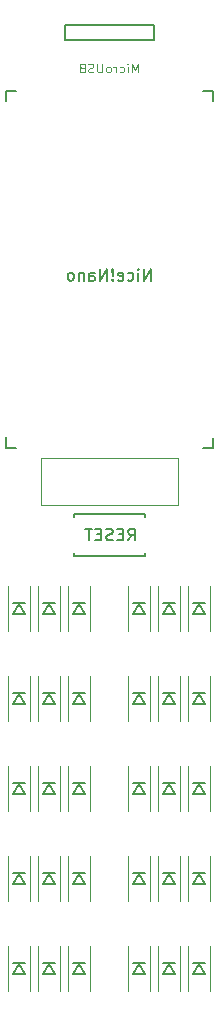
<source format=gbr>
%TF.GenerationSoftware,KiCad,Pcbnew,(5.1.9)-1*%
%TF.CreationDate,2022-03-08T16:30:03+11:00*%
%TF.ProjectId,fuse,66757365-2e6b-4696-9361-645f70636258,rev?*%
%TF.SameCoordinates,Original*%
%TF.FileFunction,Legend,Bot*%
%TF.FilePolarity,Positive*%
%FSLAX46Y46*%
G04 Gerber Fmt 4.6, Leading zero omitted, Abs format (unit mm)*
G04 Created by KiCad (PCBNEW (5.1.9)-1) date 2022-03-08 16:30:03*
%MOMM*%
%LPD*%
G01*
G04 APERTURE LIST*
%ADD10C,0.150000*%
%ADD11C,0.120000*%
G04 APERTURE END LIST*
D10*
%TO.C,D0*%
X31361000Y-67815000D02*
X31861000Y-68715000D01*
X31861000Y-68715000D02*
X30861000Y-68715000D01*
X30861000Y-68715000D02*
X31361000Y-67815000D01*
X31861000Y-67715000D02*
X30861000Y-67715000D01*
D11*
X32281000Y-66295000D02*
X32281000Y-70135000D01*
X30441000Y-66295000D02*
X30441000Y-70135000D01*
D10*
%TO.C,D1*%
X33901000Y-67815000D02*
X34401000Y-68715000D01*
X34401000Y-68715000D02*
X33401000Y-68715000D01*
X33401000Y-68715000D02*
X33901000Y-67815000D01*
X34401000Y-67715000D02*
X33401000Y-67715000D01*
D11*
X34821000Y-66295000D02*
X34821000Y-70135000D01*
X32981000Y-66295000D02*
X32981000Y-70135000D01*
D10*
%TO.C,D2*%
X36441000Y-67815000D02*
X36941000Y-68715000D01*
X36941000Y-68715000D02*
X35941000Y-68715000D01*
X35941000Y-68715000D02*
X36441000Y-67815000D01*
X36941000Y-67715000D02*
X35941000Y-67715000D01*
D11*
X37361000Y-66295000D02*
X37361000Y-70135000D01*
X35521000Y-66295000D02*
X35521000Y-70135000D01*
D10*
%TO.C,D3*%
X41521000Y-67815000D02*
X42021000Y-68715000D01*
X42021000Y-68715000D02*
X41021000Y-68715000D01*
X41021000Y-68715000D02*
X41521000Y-67815000D01*
X42021000Y-67715000D02*
X41021000Y-67715000D01*
D11*
X42441000Y-66295000D02*
X42441000Y-70135000D01*
X40601000Y-66295000D02*
X40601000Y-70135000D01*
D10*
%TO.C,D4*%
X44061000Y-67815000D02*
X44561000Y-68715000D01*
X44561000Y-68715000D02*
X43561000Y-68715000D01*
X43561000Y-68715000D02*
X44061000Y-67815000D01*
X44561000Y-67715000D02*
X43561000Y-67715000D01*
D11*
X44981000Y-66295000D02*
X44981000Y-70135000D01*
X43141000Y-66295000D02*
X43141000Y-70135000D01*
D10*
%TO.C,D5*%
X46601000Y-67815000D02*
X47101000Y-68715000D01*
X47101000Y-68715000D02*
X46101000Y-68715000D01*
X46101000Y-68715000D02*
X46601000Y-67815000D01*
X47101000Y-67715000D02*
X46101000Y-67715000D01*
D11*
X47521000Y-66295000D02*
X47521000Y-70135000D01*
X45681000Y-66295000D02*
X45681000Y-70135000D01*
D10*
%TO.C,D10*%
X31361000Y-75435000D02*
X31861000Y-76335000D01*
X31861000Y-76335000D02*
X30861000Y-76335000D01*
X30861000Y-76335000D02*
X31361000Y-75435000D01*
X31861000Y-75335000D02*
X30861000Y-75335000D01*
D11*
X32281000Y-73915000D02*
X32281000Y-77755000D01*
X30441000Y-73915000D02*
X30441000Y-77755000D01*
D10*
%TO.C,D11*%
X33901000Y-75435000D02*
X34401000Y-76335000D01*
X34401000Y-76335000D02*
X33401000Y-76335000D01*
X33401000Y-76335000D02*
X33901000Y-75435000D01*
X34401000Y-75335000D02*
X33401000Y-75335000D01*
D11*
X34821000Y-73915000D02*
X34821000Y-77755000D01*
X32981000Y-73915000D02*
X32981000Y-77755000D01*
D10*
%TO.C,D12*%
X36441000Y-75435000D02*
X36941000Y-76335000D01*
X36941000Y-76335000D02*
X35941000Y-76335000D01*
X35941000Y-76335000D02*
X36441000Y-75435000D01*
X36941000Y-75335000D02*
X35941000Y-75335000D01*
D11*
X37361000Y-73915000D02*
X37361000Y-77755000D01*
X35521000Y-73915000D02*
X35521000Y-77755000D01*
D10*
%TO.C,D13*%
X41521000Y-75435000D02*
X42021000Y-76335000D01*
X42021000Y-76335000D02*
X41021000Y-76335000D01*
X41021000Y-76335000D02*
X41521000Y-75435000D01*
X42021000Y-75335000D02*
X41021000Y-75335000D01*
D11*
X42441000Y-73915000D02*
X42441000Y-77755000D01*
X40601000Y-73915000D02*
X40601000Y-77755000D01*
D10*
%TO.C,D14*%
X44061000Y-75435000D02*
X44561000Y-76335000D01*
X44561000Y-76335000D02*
X43561000Y-76335000D01*
X43561000Y-76335000D02*
X44061000Y-75435000D01*
X44561000Y-75335000D02*
X43561000Y-75335000D01*
D11*
X44981000Y-73915000D02*
X44981000Y-77755000D01*
X43141000Y-73915000D02*
X43141000Y-77755000D01*
D10*
%TO.C,D15*%
X46601000Y-75435000D02*
X47101000Y-76335000D01*
X47101000Y-76335000D02*
X46101000Y-76335000D01*
X46101000Y-76335000D02*
X46601000Y-75435000D01*
X47101000Y-75335000D02*
X46101000Y-75335000D01*
D11*
X47521000Y-73915000D02*
X47521000Y-77755000D01*
X45681000Y-73915000D02*
X45681000Y-77755000D01*
D10*
%TO.C,D20*%
X31361000Y-83055000D02*
X31861000Y-83955000D01*
X31861000Y-83955000D02*
X30861000Y-83955000D01*
X30861000Y-83955000D02*
X31361000Y-83055000D01*
X31861000Y-82955000D02*
X30861000Y-82955000D01*
D11*
X32281000Y-81535000D02*
X32281000Y-85375000D01*
X30441000Y-81535000D02*
X30441000Y-85375000D01*
D10*
%TO.C,D21*%
X33901000Y-83055000D02*
X34401000Y-83955000D01*
X34401000Y-83955000D02*
X33401000Y-83955000D01*
X33401000Y-83955000D02*
X33901000Y-83055000D01*
X34401000Y-82955000D02*
X33401000Y-82955000D01*
D11*
X34821000Y-81535000D02*
X34821000Y-85375000D01*
X32981000Y-81535000D02*
X32981000Y-85375000D01*
D10*
%TO.C,D22*%
X36441000Y-83055000D02*
X36941000Y-83955000D01*
X36941000Y-83955000D02*
X35941000Y-83955000D01*
X35941000Y-83955000D02*
X36441000Y-83055000D01*
X36941000Y-82955000D02*
X35941000Y-82955000D01*
D11*
X37361000Y-81535000D02*
X37361000Y-85375000D01*
X35521000Y-81535000D02*
X35521000Y-85375000D01*
D10*
%TO.C,D23*%
X41521000Y-83055000D02*
X42021000Y-83955000D01*
X42021000Y-83955000D02*
X41021000Y-83955000D01*
X41021000Y-83955000D02*
X41521000Y-83055000D01*
X42021000Y-82955000D02*
X41021000Y-82955000D01*
D11*
X42441000Y-81535000D02*
X42441000Y-85375000D01*
X40601000Y-81535000D02*
X40601000Y-85375000D01*
D10*
%TO.C,D24*%
X44061000Y-83055000D02*
X44561000Y-83955000D01*
X44561000Y-83955000D02*
X43561000Y-83955000D01*
X43561000Y-83955000D02*
X44061000Y-83055000D01*
X44561000Y-82955000D02*
X43561000Y-82955000D01*
D11*
X44981000Y-81535000D02*
X44981000Y-85375000D01*
X43141000Y-81535000D02*
X43141000Y-85375000D01*
D10*
%TO.C,D25*%
X46601000Y-83055000D02*
X47101000Y-83955000D01*
X47101000Y-83955000D02*
X46101000Y-83955000D01*
X46101000Y-83955000D02*
X46601000Y-83055000D01*
X47101000Y-82955000D02*
X46101000Y-82955000D01*
D11*
X47521000Y-81535000D02*
X47521000Y-85375000D01*
X45681000Y-81535000D02*
X45681000Y-85375000D01*
D10*
%TO.C,D30*%
X31361000Y-90675000D02*
X31861000Y-91575000D01*
X31861000Y-91575000D02*
X30861000Y-91575000D01*
X30861000Y-91575000D02*
X31361000Y-90675000D01*
X31861000Y-90575000D02*
X30861000Y-90575000D01*
D11*
X32281000Y-89155000D02*
X32281000Y-92995000D01*
X30441000Y-89155000D02*
X30441000Y-92995000D01*
D10*
%TO.C,D31*%
X33901000Y-90675000D02*
X34401000Y-91575000D01*
X34401000Y-91575000D02*
X33401000Y-91575000D01*
X33401000Y-91575000D02*
X33901000Y-90675000D01*
X34401000Y-90575000D02*
X33401000Y-90575000D01*
D11*
X34821000Y-89155000D02*
X34821000Y-92995000D01*
X32981000Y-89155000D02*
X32981000Y-92995000D01*
D10*
%TO.C,D32*%
X36441000Y-90675000D02*
X36941000Y-91575000D01*
X36941000Y-91575000D02*
X35941000Y-91575000D01*
X35941000Y-91575000D02*
X36441000Y-90675000D01*
X36941000Y-90575000D02*
X35941000Y-90575000D01*
D11*
X37361000Y-89155000D02*
X37361000Y-92995000D01*
X35521000Y-89155000D02*
X35521000Y-92995000D01*
D10*
%TO.C,D33*%
X41521000Y-90675000D02*
X42021000Y-91575000D01*
X42021000Y-91575000D02*
X41021000Y-91575000D01*
X41021000Y-91575000D02*
X41521000Y-90675000D01*
X42021000Y-90575000D02*
X41021000Y-90575000D01*
D11*
X42441000Y-89155000D02*
X42441000Y-92995000D01*
X40601000Y-89155000D02*
X40601000Y-92995000D01*
D10*
%TO.C,D34*%
X44061000Y-90675000D02*
X44561000Y-91575000D01*
X44561000Y-91575000D02*
X43561000Y-91575000D01*
X43561000Y-91575000D02*
X44061000Y-90675000D01*
X44561000Y-90575000D02*
X43561000Y-90575000D01*
D11*
X44981000Y-89155000D02*
X44981000Y-92995000D01*
X43141000Y-89155000D02*
X43141000Y-92995000D01*
D10*
%TO.C,D35*%
X46601000Y-90675000D02*
X47101000Y-91575000D01*
X47101000Y-91575000D02*
X46101000Y-91575000D01*
X46101000Y-91575000D02*
X46601000Y-90675000D01*
X47101000Y-90575000D02*
X46101000Y-90575000D01*
D11*
X47521000Y-89155000D02*
X47521000Y-92995000D01*
X45681000Y-89155000D02*
X45681000Y-92995000D01*
D10*
%TO.C,D40*%
X46601000Y-98295000D02*
X47101000Y-99195000D01*
X47101000Y-99195000D02*
X46101000Y-99195000D01*
X46101000Y-99195000D02*
X46601000Y-98295000D01*
X47101000Y-98195000D02*
X46101000Y-98195000D01*
D11*
X47521000Y-96775000D02*
X47521000Y-100615000D01*
X45681000Y-96775000D02*
X45681000Y-100615000D01*
D10*
%TO.C,D41*%
X44061000Y-98295000D02*
X44561000Y-99195000D01*
X44561000Y-99195000D02*
X43561000Y-99195000D01*
X43561000Y-99195000D02*
X44061000Y-98295000D01*
X44561000Y-98195000D02*
X43561000Y-98195000D01*
D11*
X44981000Y-96775000D02*
X44981000Y-100615000D01*
X43141000Y-96775000D02*
X43141000Y-100615000D01*
D10*
%TO.C,D42*%
X41521000Y-98295000D02*
X42021000Y-99195000D01*
X42021000Y-99195000D02*
X41021000Y-99195000D01*
X41021000Y-99195000D02*
X41521000Y-98295000D01*
X42021000Y-98195000D02*
X41021000Y-98195000D01*
D11*
X42441000Y-96775000D02*
X42441000Y-100615000D01*
X40601000Y-96775000D02*
X40601000Y-100615000D01*
D10*
%TO.C,D43*%
X36441000Y-98295000D02*
X36941000Y-99195000D01*
X36941000Y-99195000D02*
X35941000Y-99195000D01*
X35941000Y-99195000D02*
X36441000Y-98295000D01*
X36941000Y-98195000D02*
X35941000Y-98195000D01*
D11*
X37361000Y-96775000D02*
X37361000Y-100615000D01*
X35521000Y-96775000D02*
X35521000Y-100615000D01*
D10*
%TO.C,D44*%
X33901000Y-98295000D02*
X34401000Y-99195000D01*
X34401000Y-99195000D02*
X33401000Y-99195000D01*
X33401000Y-99195000D02*
X33901000Y-98295000D01*
X34401000Y-98195000D02*
X33401000Y-98195000D01*
D11*
X34821000Y-96775000D02*
X34821000Y-100615000D01*
X32981000Y-96775000D02*
X32981000Y-100615000D01*
D10*
%TO.C,D45*%
X31361000Y-98295000D02*
X31861000Y-99195000D01*
X31861000Y-99195000D02*
X30861000Y-99195000D01*
X30861000Y-99195000D02*
X31361000Y-98295000D01*
X31861000Y-98195000D02*
X30861000Y-98195000D01*
D11*
X32281000Y-96775000D02*
X32281000Y-100615000D01*
X30441000Y-96775000D02*
X30441000Y-100615000D01*
D10*
%TO.C,Reset1*%
X42000000Y-60250000D02*
X42000000Y-60500000D01*
X36000000Y-60250000D02*
X42000000Y-60250000D01*
X36000000Y-60500000D02*
X36000000Y-60250000D01*
X36000000Y-63750000D02*
X36000000Y-63500000D01*
X42000000Y-63750000D02*
X36000000Y-63750000D01*
X42000000Y-63500000D02*
X42000000Y-63750000D01*
%TO.C,U1*%
X30250000Y-54600000D02*
X31100000Y-54600000D01*
X47750000Y-24400000D02*
X46950000Y-24400000D01*
X30250000Y-24400000D02*
X30250000Y-25250000D01*
X47750000Y-53750000D02*
X47750000Y-54600000D01*
X47750000Y-54600000D02*
X46890000Y-54600000D01*
X47750000Y-24400000D02*
X47750000Y-25250000D01*
X30250000Y-24400000D02*
X31100000Y-24400000D01*
X30250000Y-53700000D02*
X30250000Y-54600000D01*
X42750000Y-18800000D02*
X35250000Y-18800000D01*
X35250000Y-18800000D02*
X35250000Y-20100000D01*
X35250000Y-20100000D02*
X42750000Y-20100000D01*
X42750000Y-20100000D02*
X42750000Y-18800000D01*
D11*
%TO.C,Power1*%
X44800000Y-55500000D02*
X33200000Y-55500000D01*
X44800000Y-55500000D02*
X44800000Y-59500000D01*
X33200000Y-59500000D02*
X44800000Y-59500000D01*
X33200000Y-59500000D02*
X33200000Y-55500000D01*
%TO.C,Reset1*%
D10*
X40579380Y-62452380D02*
X40912714Y-61976190D01*
X41150809Y-62452380D02*
X41150809Y-61452380D01*
X40769857Y-61452380D01*
X40674619Y-61500000D01*
X40627000Y-61547619D01*
X40579380Y-61642857D01*
X40579380Y-61785714D01*
X40627000Y-61880952D01*
X40674619Y-61928571D01*
X40769857Y-61976190D01*
X41150809Y-61976190D01*
X40150809Y-61928571D02*
X39817476Y-61928571D01*
X39674619Y-62452380D02*
X40150809Y-62452380D01*
X40150809Y-61452380D01*
X39674619Y-61452380D01*
X39293666Y-62404761D02*
X39150809Y-62452380D01*
X38912714Y-62452380D01*
X38817476Y-62404761D01*
X38769857Y-62357142D01*
X38722238Y-62261904D01*
X38722238Y-62166666D01*
X38769857Y-62071428D01*
X38817476Y-62023809D01*
X38912714Y-61976190D01*
X39103190Y-61928571D01*
X39198428Y-61880952D01*
X39246047Y-61833333D01*
X39293666Y-61738095D01*
X39293666Y-61642857D01*
X39246047Y-61547619D01*
X39198428Y-61500000D01*
X39103190Y-61452380D01*
X38865095Y-61452380D01*
X38722238Y-61500000D01*
X38293666Y-61928571D02*
X37960333Y-61928571D01*
X37817476Y-62452380D02*
X38293666Y-62452380D01*
X38293666Y-61452380D01*
X37817476Y-61452380D01*
X37531761Y-61452380D02*
X36960333Y-61452380D01*
X37246047Y-62452380D02*
X37246047Y-61452380D01*
%TO.C,U1*%
D11*
X41396428Y-22839285D02*
X41396428Y-22089285D01*
X41146428Y-22625000D01*
X40896428Y-22089285D01*
X40896428Y-22839285D01*
X40539285Y-22839285D02*
X40539285Y-22339285D01*
X40539285Y-22089285D02*
X40575000Y-22125000D01*
X40539285Y-22160714D01*
X40503571Y-22125000D01*
X40539285Y-22089285D01*
X40539285Y-22160714D01*
X39860714Y-22803571D02*
X39932142Y-22839285D01*
X40075000Y-22839285D01*
X40146428Y-22803571D01*
X40182142Y-22767857D01*
X40217857Y-22696428D01*
X40217857Y-22482142D01*
X40182142Y-22410714D01*
X40146428Y-22375000D01*
X40075000Y-22339285D01*
X39932142Y-22339285D01*
X39860714Y-22375000D01*
X39539285Y-22839285D02*
X39539285Y-22339285D01*
X39539285Y-22482142D02*
X39503571Y-22410714D01*
X39467857Y-22375000D01*
X39396428Y-22339285D01*
X39325000Y-22339285D01*
X38967857Y-22839285D02*
X39039285Y-22803571D01*
X39075000Y-22767857D01*
X39110714Y-22696428D01*
X39110714Y-22482142D01*
X39075000Y-22410714D01*
X39039285Y-22375000D01*
X38967857Y-22339285D01*
X38860714Y-22339285D01*
X38789285Y-22375000D01*
X38753571Y-22410714D01*
X38717857Y-22482142D01*
X38717857Y-22696428D01*
X38753571Y-22767857D01*
X38789285Y-22803571D01*
X38860714Y-22839285D01*
X38967857Y-22839285D01*
X38396428Y-22089285D02*
X38396428Y-22696428D01*
X38360714Y-22767857D01*
X38325000Y-22803571D01*
X38253571Y-22839285D01*
X38110714Y-22839285D01*
X38039285Y-22803571D01*
X38003571Y-22767857D01*
X37967857Y-22696428D01*
X37967857Y-22089285D01*
X37646428Y-22803571D02*
X37539285Y-22839285D01*
X37360714Y-22839285D01*
X37289285Y-22803571D01*
X37253571Y-22767857D01*
X37217857Y-22696428D01*
X37217857Y-22625000D01*
X37253571Y-22553571D01*
X37289285Y-22517857D01*
X37360714Y-22482142D01*
X37503571Y-22446428D01*
X37575000Y-22410714D01*
X37610714Y-22375000D01*
X37646428Y-22303571D01*
X37646428Y-22232142D01*
X37610714Y-22160714D01*
X37575000Y-22125000D01*
X37503571Y-22089285D01*
X37325000Y-22089285D01*
X37217857Y-22125000D01*
X36646428Y-22446428D02*
X36539285Y-22482142D01*
X36503571Y-22517857D01*
X36467857Y-22589285D01*
X36467857Y-22696428D01*
X36503571Y-22767857D01*
X36539285Y-22803571D01*
X36610714Y-22839285D01*
X36896428Y-22839285D01*
X36896428Y-22089285D01*
X36646428Y-22089285D01*
X36575000Y-22125000D01*
X36539285Y-22160714D01*
X36503571Y-22232142D01*
X36503571Y-22303571D01*
X36539285Y-22375000D01*
X36575000Y-22410714D01*
X36646428Y-22446428D01*
X36896428Y-22446428D01*
D10*
X42500000Y-40452380D02*
X42500000Y-39452380D01*
X41928571Y-40452380D01*
X41928571Y-39452380D01*
X41452380Y-40452380D02*
X41452380Y-39785714D01*
X41452380Y-39452380D02*
X41500000Y-39500000D01*
X41452380Y-39547619D01*
X41404761Y-39500000D01*
X41452380Y-39452380D01*
X41452380Y-39547619D01*
X40547619Y-40404761D02*
X40642857Y-40452380D01*
X40833333Y-40452380D01*
X40928571Y-40404761D01*
X40976190Y-40357142D01*
X41023809Y-40261904D01*
X41023809Y-39976190D01*
X40976190Y-39880952D01*
X40928571Y-39833333D01*
X40833333Y-39785714D01*
X40642857Y-39785714D01*
X40547619Y-39833333D01*
X39738095Y-40404761D02*
X39833333Y-40452380D01*
X40023809Y-40452380D01*
X40119047Y-40404761D01*
X40166666Y-40309523D01*
X40166666Y-39928571D01*
X40119047Y-39833333D01*
X40023809Y-39785714D01*
X39833333Y-39785714D01*
X39738095Y-39833333D01*
X39690476Y-39928571D01*
X39690476Y-40023809D01*
X40166666Y-40119047D01*
X39261904Y-40357142D02*
X39214285Y-40404761D01*
X39261904Y-40452380D01*
X39309523Y-40404761D01*
X39261904Y-40357142D01*
X39261904Y-40452380D01*
X39261904Y-40071428D02*
X39309523Y-39500000D01*
X39261904Y-39452380D01*
X39214285Y-39500000D01*
X39261904Y-40071428D01*
X39261904Y-39452380D01*
X38785714Y-40452380D02*
X38785714Y-39452380D01*
X38214285Y-40452380D01*
X38214285Y-39452380D01*
X37309523Y-40452380D02*
X37309523Y-39928571D01*
X37357142Y-39833333D01*
X37452380Y-39785714D01*
X37642857Y-39785714D01*
X37738095Y-39833333D01*
X37309523Y-40404761D02*
X37404761Y-40452380D01*
X37642857Y-40452380D01*
X37738095Y-40404761D01*
X37785714Y-40309523D01*
X37785714Y-40214285D01*
X37738095Y-40119047D01*
X37642857Y-40071428D01*
X37404761Y-40071428D01*
X37309523Y-40023809D01*
X36833333Y-39785714D02*
X36833333Y-40452380D01*
X36833333Y-39880952D02*
X36785714Y-39833333D01*
X36690476Y-39785714D01*
X36547619Y-39785714D01*
X36452380Y-39833333D01*
X36404761Y-39928571D01*
X36404761Y-40452380D01*
X35785714Y-40452380D02*
X35880952Y-40404761D01*
X35928571Y-40357142D01*
X35976190Y-40261904D01*
X35976190Y-39976190D01*
X35928571Y-39880952D01*
X35880952Y-39833333D01*
X35785714Y-39785714D01*
X35642857Y-39785714D01*
X35547619Y-39833333D01*
X35500000Y-39880952D01*
X35452380Y-39976190D01*
X35452380Y-40261904D01*
X35500000Y-40357142D01*
X35547619Y-40404761D01*
X35642857Y-40452380D01*
X35785714Y-40452380D01*
%TD*%
M02*

</source>
